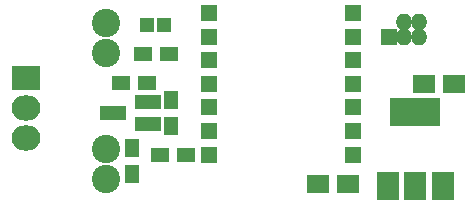
<source format=gts>
G04 #@! TF.GenerationSoftware,KiCad,Pcbnew,no-vcs-found-885a4c1~58~ubuntu16.04.1*
G04 #@! TF.CreationDate,2017-07-09T23:46:33+02:00*
G04 #@! TF.ProjectId,esp03_ledbar,65737030335F6C65646261722E6B6963,rev?*
G04 #@! TF.SameCoordinates,Original
G04 #@! TF.FileFunction,Soldermask,Top*
G04 #@! TF.FilePolarity,Negative*
%FSLAX46Y46*%
G04 Gerber Fmt 4.6, Leading zero omitted, Abs format (unit mm)*
G04 Created by KiCad (PCBNEW no-vcs-found-885a4c1~58~ubuntu16.04.1) date Sun Jul  9 23:46:33 2017*
%MOMM*%
%LPD*%
G01*
G04 APERTURE LIST*
%ADD10R,2.432000X2.127200*%
%ADD11O,2.432000X2.127200*%
%ADD12R,1.900000X1.650000*%
%ADD13R,2.300000X1.200000*%
%ADD14R,1.600000X1.300000*%
%ADD15R,1.300000X1.600000*%
%ADD16C,2.400000*%
%ADD17O,1.400000X1.400000*%
%ADD18R,1.400000X1.400000*%
%ADD19R,1.197560X1.197560*%
%ADD20R,1.900000X2.400000*%
%ADD21R,4.200000X2.400000*%
G04 APERTURE END LIST*
D10*
X122500000Y-121500000D03*
D11*
X122500000Y-124040000D03*
X122500000Y-126580000D03*
D12*
X156250000Y-122000000D03*
X158750000Y-122000000D03*
X147250000Y-130500000D03*
X149750000Y-130500000D03*
D13*
X132857500Y-125410000D03*
X132857500Y-123510000D03*
X129857500Y-124460000D03*
D14*
X134600000Y-119500000D03*
X132400000Y-119500000D03*
X133900000Y-128000000D03*
X136100000Y-128000000D03*
D15*
X134810000Y-125560000D03*
X134810000Y-123360000D03*
D14*
X132735000Y-121920000D03*
X130535000Y-121920000D03*
D15*
X131500000Y-129600000D03*
X131500000Y-127400000D03*
D16*
X129286000Y-119380000D03*
X129286000Y-116840000D03*
X129286000Y-130048000D03*
X129286000Y-127508000D03*
D17*
X155770000Y-116730000D03*
X155770000Y-118000000D03*
X154500000Y-116730000D03*
X154500000Y-118000000D03*
D18*
X153230000Y-118000000D03*
D19*
X132750700Y-117000000D03*
X134249300Y-117000000D03*
D18*
X138000000Y-128000000D03*
X138000000Y-126000000D03*
X138000000Y-124000000D03*
X138000000Y-122000000D03*
X138000000Y-120000000D03*
X138000000Y-118000000D03*
X138000000Y-116000000D03*
X150200000Y-128000000D03*
X150200000Y-126000000D03*
X150200000Y-124000000D03*
X150200000Y-122000000D03*
X150200000Y-120000000D03*
X150200000Y-118000000D03*
X150200000Y-116000000D03*
D20*
X153200000Y-130650000D03*
X157800000Y-130650000D03*
X155500000Y-130650000D03*
D21*
X155500000Y-124350000D03*
M02*

</source>
